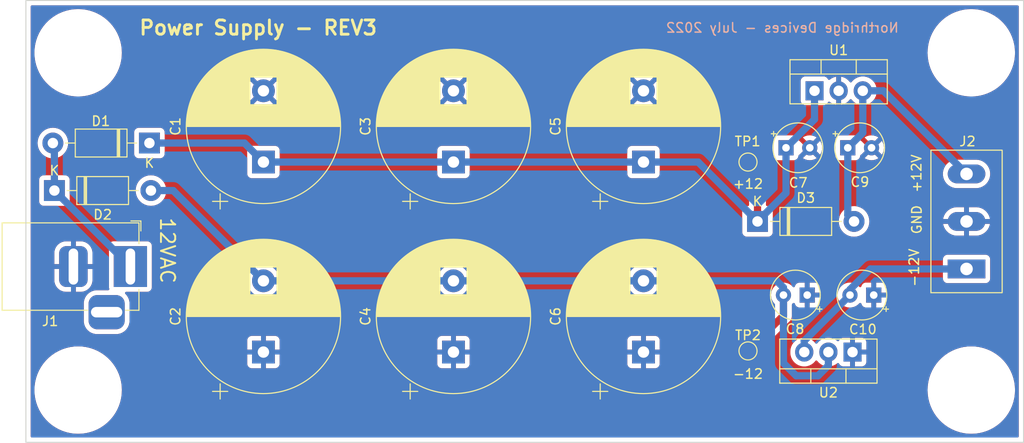
<source format=kicad_pcb>
(kicad_pcb (version 20211014) (generator pcbnew)
  (title_block (title "Eurorack Power Supply") (rev "rev1") (company "Northridge Synth"))
  (layers (0 "F.Cu" signal) (31 "B.Cu" signal) (34 "B.Paste" user) (35 "F.Paste" user) (36 "B.SilkS" user "B.Silkscreen") (37 "F.SilkS" user "F.Silkscreen") (38 "B.Mask" user) (39 "F.Mask" user) (44 "Edge.Cuts" user))
  (net 0 "")
  (net 1 "Net-(C1-Pad1)")
  (net 2 "GND")
  (net 3 "Net-(C2-Pad2)")
  (net 4 "Net-(C9-Pad1)")
  (net 5 "Net-(C10-Pad2)")
  (net 6 "Net-(D1-Pad2)")
  (footprint "Capacitor_THT:CP_Radial_Tantal_D5.0mm_P2.50mm" (layer "F.Cu") (at 171.5 83.5)
    (fp_text reference "C9" (at 1.281312 3.6068) (layer "F.SilkS"))
    (fp_text value "0.1uF" hide)
    (pad "1" thru_hole rect (at 0 0) (size 1.6 1.6) (drill 0.8) (layers *.Cu *.Mask) (net 4 "Net-(C9-Pad1)"))
    (pad "2" thru_hole circle (at 2.5 0) (size 1.6 1.6) (drill 0.8) (layers *.Cu *.Mask) (net 2 "GND"))
  )
  (footprint "Package_TO_SOT_THT:TO-220-3_Vertical" (layer "F.Cu") (at 168 77.5)
    (fp_text reference "U1" (at 2.54 -4.27) (layer "F.SilkS"))
    (fp_text value "LM7812_TO220" hide)
    (pad "1" thru_hole rect (at 0 0) (size 1.905 2) (drill 1.1) (layers *.Cu *.Mask) (net 1 "Net-(C1-Pad1)"))
    (pad "2" thru_hole oval (at 2.54 0) (size 1.905 2) (drill 1.1) (layers *.Cu *.Mask) (net 2 "GND"))
    (pad "3" thru_hole oval (at 5.08 0) (size 1.905 2) (drill 1.1) (layers *.Cu *.Mask) (net 4 "Net-(C9-Pad1)"))
  )
  (footprint "MountingHole:MountingHole_3.2mm_M3" (layer "F.Cu") (at 184.5 73.5)
    (fp_text reference "H3" hide)
    (fp_text value "MountingHole" hide)
    (pad "" np_thru_hole circle (at 0 0) (size 3.2 3.2) (drill 3.2) (layers F&B.Cu *.Mask) (clearance 3))
  )
  (footprint "Capacitor_THT:CP_Radial_D16.0mm_P7.50mm" (layer "F.Cu") (at 110 105 90)
    (fp_text reference "C2" (at 3.75 -9.25 90) (layer "F.SilkS"))
    (fp_text value "4700uF")
    (pad "1" thru_hole rect (at 0 0 90) (size 2.4 2.4) (drill 1.2) (layers *.Cu *.Mask) (net 2 "GND"))
    (pad "2" thru_hole circle (at 7.5 0 90) (size 2.4 2.4) (drill 1.2) (layers *.Cu *.Mask) (net 3 "Net-(C2-Pad2)"))
  )
  (footprint "Diode_THT:D_DO-41_SOD81_P10.16mm_Horizontal" (layer "F.Cu") (at 98 83 180)
    (fp_text reference "D1" (at 5.1122 2.3042) (layer "F.SilkS"))
    (fp_text value "1N4007" hide)
    (fp_text user "K" (at 0 -2.1) (layer "F.SilkS"))
    (pad "1" thru_hole rect (at 0 0 180) (size 2.2 2.2) (drill 1.1) (layers *.Cu *.Mask) (net 1 "Net-(C1-Pad1)"))
    (pad "2" thru_hole oval (at 10.16 0 180) (size 2.2 2.2) (drill 1.1) (layers *.Cu *.Mask) (net 6 "Net-(D1-Pad2)"))
  )
  (footprint "Capacitor_THT:CP_Radial_D16.0mm_P7.50mm" (layer "F.Cu") (at 130 85 90)
    (fp_text reference "C3" (at 3.75 -9.25 90) (layer "F.SilkS"))
    (fp_text value "4700uF")
    (pad "1" thru_hole rect (at 0 0 90) (size 2.4 2.4) (drill 1.2) (layers *.Cu *.Mask) (net 1 "Net-(C1-Pad1)"))
    (pad "2" thru_hole circle (at 7.5 0 90) (size 2.4 2.4) (drill 1.2) (layers *.Cu *.Mask) (net 2 "GND"))
  )
  (footprint "Capacitor_THT:CP_Radial_Tantal_D5.0mm_P2.50mm" (layer "F.Cu") (at 165 83.5)
    (fp_text reference "C7" (at 1.281312 3.683 180) (layer "F.SilkS"))
    (fp_text value "0.33uF" hide)
    (pad "1" thru_hole rect (at 0 0) (size 1.6 1.6) (drill 0.8) (layers *.Cu *.Mask) (net 1 "Net-(C1-Pad1)"))
    (pad "2" thru_hole circle (at 2.5 0) (size 1.6 1.6) (drill 0.8) (layers *.Cu *.Mask) (net 2 "GND"))
  )
  (footprint "Capacitor_THT:CP_Radial_D16.0mm_P7.50mm" (layer "F.Cu") (at 110 85 90)
    (fp_text reference "C1" (at 3.75 -9.25 90) (layer "F.SilkS"))
    (fp_text value "4700uF")
    (pad "1" thru_hole rect (at 0 0 90) (size 2.4 2.4) (drill 1.2) (layers *.Cu *.Mask) (net 1 "Net-(C1-Pad1)"))
    (pad "2" thru_hole circle (at 7.5 0 90) (size 2.4 2.4) (drill 1.2) (layers *.Cu *.Mask) (net 2 "GND"))
  )
  (footprint "MountingHole:MountingHole_3.2mm_M3" (layer "F.Cu") (at 90.5 109)
    (fp_text reference "H1" hide)
    (fp_text value "MountingHole" hide)
    (pad "" np_thru_hole circle (at 0 0) (size 3.2 3.2) (drill 3.2) (layers F&B.Cu *.Mask) (clearance 3))
  )
  (footprint "Capacitor_THT:CP_Radial_D16.0mm_P7.50mm" (layer "F.Cu") (at 150 105 90)
    (fp_text reference "C6" (at 3.75 -9.25 90) (layer "F.SilkS"))
    (fp_text value "4700uF")
    (pad "1" thru_hole rect (at 0 0 90) (size 2.4 2.4) (drill 1.2) (layers *.Cu *.Mask) (net 2 "GND"))
    (pad "2" thru_hole circle (at 7.5 0 90) (size 2.4 2.4) (drill 1.2) (layers *.Cu *.Mask) (net 3 "Net-(C2-Pad2)"))
  )
  (footprint "Capacitor_THT:CP_Radial_D16.0mm_P7.50mm" (layer "F.Cu") (at 130 105 90)
    (fp_text reference "C4" (at 3.75 -9.25 90) (layer "F.SilkS"))
    (fp_text value "4700uF")
    (pad "1" thru_hole rect (at 0 0 90) (size 2.4 2.4) (drill 1.2) (layers *.Cu *.Mask) (net 2 "GND"))
    (pad "2" thru_hole circle (at 7.5 0 90) (size 2.4 2.4) (drill 1.2) (layers *.Cu *.Mask) (net 3 "Net-(C2-Pad2)"))
  )
  (footprint "DEGSON_Screw_Terminals:DG126" (layer "F.Cu") (at 184 91.25 90)
    (fp_text reference "J2" (at 8.4206 0.0992 unlocked) (layer "F.SilkS"))
    (fp_text value "Output" hide)
    (pad "1" thru_hole rect (at -5 0 90) (size 1.98 3.96) (drill 1.32) (layers *.Cu *.Mask) (net 5 "Net-(C10-Pad2)"))
    (pad "2" thru_hole oval (at 0 0 90) (size 1.98 3.96) (drill 1.32) (layers *.Cu *.Mask) (net 2 "GND"))
    (pad "3" thru_hole oval (at 5 0 90) (size 1.98 3.96) (drill 1.32) (layers *.Cu *.Mask) (net 4 "Net-(C9-Pad1)"))
  )
  (footprint "MountingHole:MountingHole_3.2mm_M3" (layer "F.Cu") (at 184.5 109)
    (fp_text reference "H4" hide)
    (fp_text value "MountingHole" hide)
    (pad "" np_thru_hole circle (at 0 0) (size 3.2 3.2) (drill 3.2) (layers F&B.Cu *.Mask) (clearance 3))
  )
  (footprint "WEALTH_METAL_Barrel_Jacks:BarrelJack_Horizontal_2.1mm_WEALTH_METAL" (layer "F.Cu") (at 96 96)
    (fp_text reference "J1" (at -8.45 5.75) (layer "F.SilkS"))
    (fp_text value "Barrel_Jack_Switch" hide)
    (pad "1" thru_hole rect (at 0 0) (size 3.5 4.3) (drill oval 1 3.8) (layers *.Cu *.Mask) (net 6 "Net-(D1-Pad2)"))
    (pad "2" thru_hole roundrect (at -6 0) (size 3 4.3) (drill oval 1 3.8) (layers *.Cu *.Mask) (net 2 "GND"))
    (pad "3" thru_hole roundrect (at -2.5 4.8) (size 3.8 3.6) (drill oval 3.3 1.1) (layers *.Cu *.Mask))
  )
  (footprint "TestPoint:TestPoint_Pad_D1.5mm" (layer "F.Cu") (at 161 85)
    (fp_text reference "TP1" (at -0.0402 -2.1706) (layer "F.SilkS"))
    (fp_text value "TestPoint" hide)
    (pad "1" smd circle (at 0 0) (size 1.5 1.5) (layers "F.Cu" "F.Mask") (net 1 "Net-(C1-Pad1)"))
  )
  (footprint "TestPoint:TestPoint_Pad_D1.5mm" (layer "F.Cu") (at 161 104.8766)
    (fp_text reference "TP2" (at 0 -1.648) (layer "F.SilkS"))
    (fp_text value "TestPoint" hide)
    (pad "1" smd circle (at 0 0) (size 1.5 1.5) (layers "F.Cu" "F.Mask") (net 3 "Net-(C2-Pad2)"))
  )
  (footprint "Capacitor_THT:CP_Radial_D16.0mm_P7.50mm" (layer "F.Cu") (at 150 85 90)
    (fp_text reference "C5" (at 3.75 -9.25 90) (layer "F.SilkS"))
    (fp_text value "4700uF")
    (pad "1" thru_hole rect (at 0 0 90) (size 2.4 2.4) (drill 1.2) (layers *.Cu *.Mask) (net 1 "Net-(C1-Pad1)"))
    (pad "2" thru_hole circle (at 7.5 0 90) (size 2.4 2.4) (drill 1.2) (layers *.Cu *.Mask) (net 2 "GND"))
  )
  (footprint "Package_TO_SOT_THT:TO-220-3_Vertical" (layer "F.Cu") (at 172 105 180)
    (fp_text reference "U2" (at 2.54 -4.27) (layer "F.SilkS"))
    (fp_text value "LM7912_TO220" hide)
    (pad "1" thru_hole rect (at 0 0 180) (size 1.905 2) (drill 1.1) (layers *.Cu *.Mask) (net 2 "GND"))
    (pad "2" thru_hole oval (at 2.54 0 180) (size 1.905 2) (drill 1.1) (layers *.Cu *.Mask) (net 3 "Net-(C2-Pad2)"))
    (pad "3" thru_hole oval (at 5.08 0 180) (size 1.905 2) (drill 1.1) (layers *.Cu *.Mask) (net 5 "Net-(C10-Pad2)"))
  )
  (footprint "MountingHole:MountingHole_3.2mm_M3" (layer "F.Cu") (at 90.5 73.5)
    (fp_text reference "H2" hide)
    (fp_text value "MountingHole" hide)
    (pad "" np_thru_hole circle (at 0 0) (size 3.2 3.2) (drill 3.2) (layers F&B.Cu *.Mask) (clearance 3))
  )
  (footprint "Capacitor_THT:CP_Radial_Tantal_D5.0mm_P2.50mm" (layer "F.Cu") (at 167.232 99 180)
    (fp_text reference "C8" (at 1.281312 -3.5814) (layer "F.SilkS"))
    (fp_text value "2.2uF" hide)
    (pad "1" thru_hole rect (at 0 0 180) (size 1.6 1.6) (drill 0.8) (layers *.Cu *.Mask) (net 2 "GND"))
    (pad "2" thru_hole circle (at 2.5 0 180) (size 1.6 1.6) (drill 0.8) (layers *.Cu *.Mask) (net 3 "Net-(C2-Pad2)"))
  )
  (footprint "Diode_THT:D_DO-41_SOD81_P10.16mm_Horizontal" (layer "F.Cu") (at 162 91.25)
    (fp_text reference "D3" (at 5.08 -2.47) (layer "F.SilkS"))
    (fp_text value "1N4007" hide)
    (fp_text user "K" (at 0 -2.1) (layer "F.SilkS"))
    (pad "1" thru_hole rect (at 0 0) (size 2.2 2.2) (drill 1.1) (layers *.Cu *.Mask) (net 1 "Net-(C1-Pad1)"))
    (pad "2" thru_hole oval (at 10.16 0) (size 2.2 2.2) (drill 1.1) (layers *.Cu *.Mask) (net 4 "Net-(C9-Pad1)"))
  )
  (footprint "Capacitor_THT:CP_Radial_Tantal_D5.0mm_P2.50mm" (layer "F.Cu") (at 174.232 99 180)
    (fp_text reference "C10" (at 1.143 -3.6068) (layer "F.SilkS"))
    (fp_text value "1uF")
    (pad "1" thru_hole rect (at 0 0 180) (size 1.6 1.6) (drill 0.8) (layers *.Cu *.Mask) (net 2 "GND"))
    (pad "2" thru_hole circle (at 2.5 0 180) (size 1.6 1.6) (drill 0.8) (layers *.Cu *.Mask) (net 5 "Net-(C10-Pad2)"))
  )
  (footprint "Diode_THT:D_DO-41_SOD81_P10.16mm_Horizontal" (layer "F.Cu") (at 88 88)
    (fp_text reference "D2" (at 5.08 2.54) (layer "F.SilkS"))
    (fp_text value "1N4007" hide)
    (fp_text user "K" (at 0 -2.1) (layer "F.SilkS"))
    (pad "1" thru_hole rect (at 0 0) (size 2.2 2.2) (drill 1.1) (layers *.Cu *.Mask) (net 6 "Net-(D1-Pad2)"))
    (pad "2" thru_hole oval (at 10.16 0) (size 2.2 2.2) (drill 1.1) (layers *.Cu *.Mask) (net 3 "Net-(C2-Pad2)"))
  )
  (gr_rect (start 85 68) (end 190 114.5) (layer "Edge.Cuts") (width 0.1) (fill none))
  (gr_text "Northridge Devices - July 2022" (at 164.6174 70.866) (layer "B.SilkS") (effects (font (size 1 1)) (justify mirror)))
  (gr_text "-12V" (at 178.4858 96.1136 90) (layer "F.SilkS") (effects (font (size 1 1))))
  (gr_text "+12" (at 161 87.3) (layer "F.SilkS") (effects (font (size 1 1))))
  (gr_text "+12V" (at 178.7398 86.2076 90) (layer "F.SilkS") (effects (font (size 1 1))))
  (gr_text "Power Supply - REV3" (at 109.4486 70.866) (layer "F.SilkS") (effects (font (size 1.5 1.5) (thickness 0.3))))
  (gr_text "12VAC" (at 99.8982 94.3102 270) (layer "F.SilkS") (effects (font (size 1.5 1.5) (thickness 0.2))))
  (gr_text "GND" (at 178.7652 91.059 90) (layer "F.SilkS") (effects (font (size 1 1))))
  (gr_text "-12" (at 161 107.3) (layer "F.SilkS") (effects (font (size 1 1))))
  (segment (start 162 91.25) (end 162 86) (width 0.76) (layer "F.Cu") (net 1))
  (segment (start 162 86) (end 161 85) (width 0.76) (layer "F.Cu") (net 1))
  (segment (start 168 77.5) (end 168 80.5) (width 0.76) (layer "B.Cu") (net 1))
  (segment (start 150 85) (end 155.75 85) (width 0.76) (layer "B.Cu") (net 1))
  (segment (start 108 83) (end 110 85) (width 0.76) (layer "B.Cu") (net 1))
  (segment (start 165 88.25) (end 162 91.25) (width 0.76) (layer "B.Cu") (net 1))
  (segment (start 110 85) (end 130 85) (width 0.76) (layer "B.Cu") (net 1))
  (segment (start 98 83) (end 108 83) (width 0.76) (layer "B.Cu") (net 1))
  (segment (start 168 80.5) (end 165 83.5) (width 0.76) (layer "B.Cu") (net 1))
  (segment (start 162 91.25) (end 155.75 85) (width 0.76) (layer "B.Cu") (net 1))
  (segment (start 165 83.5) (end 165 88.25) (width 0.76) (layer "B.Cu") (net 1))
  (segment (start 130 85) (end 150 85) (width 0.76) (layer "B.Cu") (net 1))
  (segment (start 164.0973 101.7793) (end 161 104.8766) (width 0.76) (layer "F.Cu") (net 3))
  (segment (start 164.732 99) (end 164.732 101.1446) (width 0.76) (layer "F.Cu") (net 3))
  (segment (start 164.732 101.1446) (end 164.0973 101.7793) (width 0.76) (layer "F.Cu") (net 3))
  (segment (start 164.018 97.5) (end 164.732 98.214) (width 0.76) (layer "B.Cu") (net 3))
  (segment (start 169.46 106.4094) (end 169.46 105) (width 0.76) (layer "B.Cu") (net 3))
  (segment (start 164.732 106.1596) (end 166.0652 107.4928) (width 0.76) (layer "B.Cu") (net 3))
  (segment (start 164.732 99) (end 164.732 106.1596) (width 0.76) (layer "B.Cu") (net 3))
  (segment (start 164.732 98.214) (end 164.732 99) (width 0.76) (layer "B.Cu") (net 3))
  (segment (start 110 97.5) (end 100.5 88) (width 0.76) (layer "B.Cu") (net 3))
  (segment (start 168.3766 107.4928) (end 169.46 106.4094) (width 0.76) (layer "B.Cu") (net 3))
  (segment (start 130 97.5) (end 150 97.5) (width 0.76) (layer "B.Cu") (net 3))
  (segment (start 100.5 88) (end 98.16 88) (width 0.76) (layer "B.Cu") (net 3))
  (segment (start 110 97.5) (end 130 97.5) (width 0.76) (layer "B.Cu") (net 3))
  (segment (start 150 97.5) (end 164.018 97.5) (width 0.76) (layer "B.Cu") (net 3))
  (segment (start 166.0652 107.4928) (end 168.3766 107.4928) (width 0.76) (layer "B.Cu") (net 3))
  (segment (start 171.5 83.5) (end 171.5 90.59) (width 0.76) (layer "B.Cu") (net 4))
  (segment (start 173.08 77.5) (end 175.25 77.5) (width 0.76) (layer "B.Cu") (net 4))
  (segment (start 171.5 90.59) (end 172.16 91.25) (width 0.76) (layer "B.Cu") (net 4))
  (segment (start 175.25 77.5) (end 184 86.25) (width 0.76) (layer "B.Cu") (net 4))
  (segment (start 173.08 81.92) (end 171.5 83.5) (width 0.76) (layer "B.Cu") (net 4))
  (segment (start 173.08 77.5) (end 173.08 81.92) (width 0.76) (layer "B.Cu") (net 4))
  (segment (start 166.92 103.812) (end 171.732 99) (width 0.76) (layer "B.Cu") (net 5))
  (segment (start 173.896 96.25) (end 171.732 98.414) (width 0.76) (layer "B.Cu") (net 5))
  (segment (start 184 96.25) (end 173.896 96.25) (width 0.76) (layer "B.Cu") (net 5))
  (segment (start 166.92 105) (end 166.92 103.812) (width 0.76) (layer "B.Cu") (net 5))
  (segment (start 171.732 98.414) (end 171.732 99) (width 0.76) (layer "B.Cu") (net 5))
  (segment (start 88 88) (end 88 83.16) (width 0.76) (layer "B.Cu") (net 6))
  (segment (start 88 83.16) (end 87.84 83) (width 0.76) (layer "B.Cu") (net 6))
  (segment (start 88 88) (end 96 96) (width 0.76) (layer "B.Cu") (net 6))
  (zone (net 2) (net_name "GND") (layers F&B.Cu) (connect_pads (clearance 0.508)) (min_thickness 0.254) (fill yes (thermal_gap 0.508) (thermal_bridge_width 0.508))
    (polygon (pts (xy 190.0682 114.554) (xy 84.963 114.554) (xy 84.963 67.945) (xy 190.0682 67.945)))
  )
)
</source>
